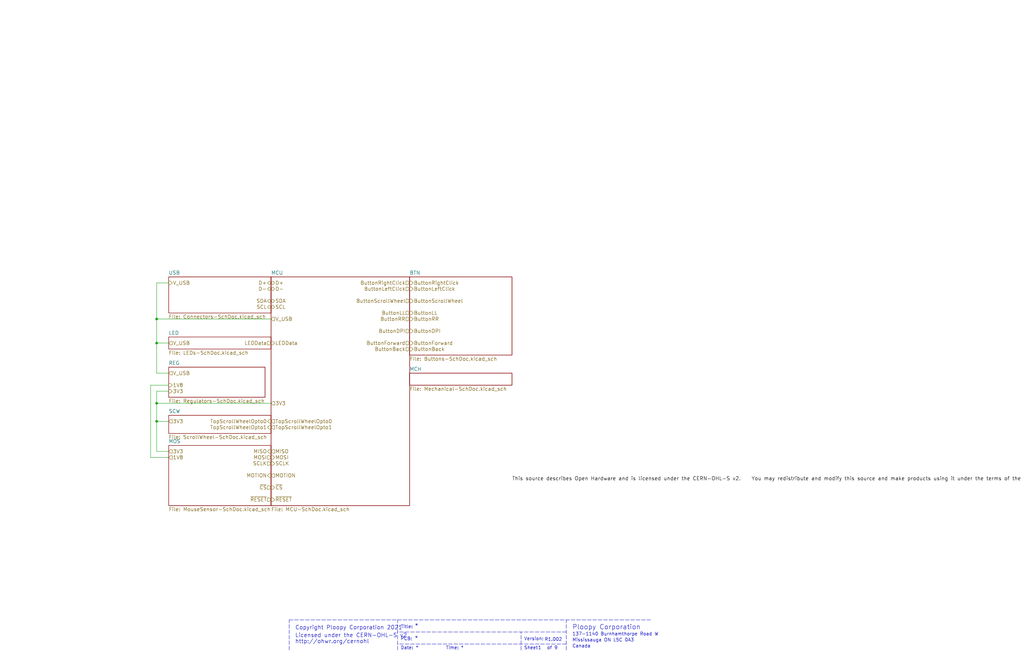
<source format=kicad_sch>
(kicad_sch (version 20211123) (generator eeschema)
  (paper "B")
  (title_block (title "QMKMouse-SchDoc") (date "17 01 2023"))
  (lib_symbols)
  (junction (at 66.04 170.18))
  (junction (at 66.04 144.78))
  (junction (at 66.04 177.8))
  (junction (at 66.04 134.62))
  (polyline (pts (xy 238.76 274.32) (xy 238.76 261.62)))
  (wire (pts (xy 66.04 165.1) (xy 66.04 170.18)))
  (wire (pts (xy 66.04 157.48) (xy 66.04 144.78)))
  (polyline (pts (xy 121.92 261.62) (xy 167.64 261.62)))
  (wire (pts (xy 114.3 170.18) (xy 66.04 170.18)))
  (wire (pts (xy 66.04 119.38) (xy 71.12 119.38)))
  (polyline (pts (xy 167.64 261.62) (xy 274.32 261.62)))
  (polyline (pts (xy 238.76 266.7) (xy 167.64 266.7)))
  (wire (pts (xy 71.12 165.1) (xy 66.04 165.1)))
  (polyline (pts (xy 167.64 274.32) (xy 167.64 261.62)))
  (polyline (pts (xy 219.71 274.32) (xy 219.71 266.7)))
  (wire (pts (xy 71.12 144.78) (xy 66.04 144.78)))
  (wire (pts (xy 66.04 190.5) (xy 66.04 177.8)))
  (polyline (pts (xy 238.76 271.78) (xy 167.64 271.78)))
  (wire (pts (xy 71.12 193.04) (xy 63.5 193.04)))
  (wire (pts (xy 66.04 144.78) (xy 66.04 134.62)))
  (wire (pts (xy 114.3 134.62) (xy 66.04 134.62)))
  (wire (pts (xy 71.12 157.48) (xy 66.04 157.48)))
  (polyline (pts (xy 121.92 274.32) (xy 121.92 261.62)))
  (wire (pts (xy 71.12 190.5) (xy 66.04 190.5)))
  (wire (pts (xy 66.04 177.8) (xy 71.12 177.8)))
  (wire (pts (xy 66.04 134.62) (xy 66.04 119.38)))
  (wire (pts (xy 63.5 193.04) (xy 63.5 162.56)))
  (wire (pts (xy 63.5 162.56) (xy 71.12 162.56)))
  (wire (pts (xy 66.04 170.18) (xy 66.04 177.8)))
  (text "Ploopy Corporation" (at 241.3 265.938 0) (effects (font (size 1.9812 1.9812)) (justify left bottom)))
  (text "PCB:" (at 168.91 270.51 0) (effects (font (size 1.3716 1.3716)) (justify left bottom)))
  (text "Sheet" (at 220.98 274.32 0) (effects (font (size 1.3716 1.3716)) (justify left bottom)))
  (text "R1.002" (at 229.616 270.764 0) (effects (font (size 1.3716 1.3716)) (justify left bottom)))
  (text "Title:" (at 168.91 265.43 0) (effects (font (size 1.3716 1.3716)) (justify left bottom)))
  (text "*" (at 174.752 270.764 0) (effects (font (size 1.9812 1.9812)) (justify left bottom)))
  (text "Canada" (at 241.3 273.558 0) (effects (font (size 1.3716 1.3716)) (justify left bottom)))
  (text "Licensed under the CERN-OHL-S v2" (at 124.46 269.24 0) (effects (font (size 1.6764 1.6764)) (justify left bottom)))
  (text "1" (at 226.822 274.32 0) (effects (font (size 1.3716 1.3716)) (justify left bottom)))
  (text "137-1140 Burnhamthorpe Road W" (at 241.3 268.478 0) (effects (font (size 1.3716 1.3716)) (justify left bottom)))
  (text "Copyright Ploopy Corporation 2021" (at 124.46 265.938 0) (effects (font (size 1.6764 1.6764)) (justify left bottom)))
  (text "Mississauga ON L5C 0A3" (at 241.3 271.018 0) (effects (font (size 1.3716 1.3716)) (justify left bottom)))
  (text "Version:" (at 220.98 270.51 0) (effects (font (size 1.3716 1.3716)) (justify left bottom)))
  (text "*" (at 174.752 265.684 0) (effects (font (size 2.1336 2.1336)) (justify left bottom)))
  (text "Time:" (at 187.96 274.32 0) (effects (font (size 1.3716 1.3716)) (justify left bottom)))
  (text "*" (at 175.26 274.32 0) (effects (font (size 1.3716 1.3716)) (justify left bottom)))
  (text "*" (at 194.31 274.32 0) (effects (font (size 1.3716 1.3716)) (justify left bottom)))
  (text "Date:" (at 168.91 274.32 0) (effects (font (size 1.3716 1.3716)) (justify left bottom)))
  (text "http://ohwr.org/cernohl" (at 124.46 271.78 0) (effects (font (size 1.6764 1.6764)) (justify left bottom)))
  (text "9" (at 233.68 274.32 0) (effects (font (size 1.3716 1.3716)) (justify left bottom)))
  (text "of" (at 230.632 274.32 0) (effects (font (size 1.3716 1.3716)) (justify left bottom)))
  (label "This source describes Open Hardware and is licensed under the CERN-OHL-S v2.    You may redistribute and modify this source and make products using it under the terms of the CERN-OHL-S v2 (https://ohwr.org/cernohlsv2.txt). This source is distributed WITHOUT ANY EXPRESS OR IMPLIED WARRANTY, INCLUDING OF MERCHANTABILITY, SATISFACTORY QUALITY AND FITNESS FOR A PARTICULAR PURPOSE.     Please see the CERN-OHL-S v2 for applicable conditions.    Source location:  https://github.com/ploopyco/    As per CERN-OHL-S v2 section 4, should You produce hardware based on this source, You must where practicable maintain the Source Location visible on the external case of the Ploopy Mouse or other products you make using this source." (at 215.9 203.2 0) (effects (font (size 1.524 1.524))))
  (hierarchical_label "D-" (shape bidirectional) (at 114.3 121.92 180) (effects (font (size 1.524 1.524))))
  (hierarchical_label "MOSI" (shape output) (at 114.3 193.04 0) (effects (font (size 1.524 1.524))))
  (hierarchical_label "SCLK" (shape input) (at 114.3 195.58 180) (effects (font (size 1.524 1.524))))
  (hierarchical_label "V_USB" (shape input) (at 114.3 134.62 0) (effects (font (size 1.524 1.524))))
  (hierarchical_label "ButtonRightClick" (shape output) (at 172.72 119.38 0) (effects (font (size 1.524 1.524))))
  (hierarchical_label "SDA" (shape bidirectional) (at 114.3 127 180) (effects (font (size 1.524 1.524))))
  (hierarchical_label "ButtonLL" (shape output) (at 172.72 132.08 0) (effects (font (size 1.524 1.524))))
  (hierarchical_label "~{CS}" (shape input) (at 114.3 205.74 180) (effects (font (size 1.524 1.524))))
  (hierarchical_label "3V3" (shape input) (at 71.12 190.5 0) (effects (font (size 1.524 1.524))))
  (hierarchical_label "MOSI" (shape input) (at 114.3 193.04 180) (effects (font (size 1.524 1.524))))
  (hierarchical_label "SDA" (shape bidirectional) (at 114.3 127 0) (effects (font (size 1.524 1.524))))
  (hierarchical_label "ButtonLL" (shape input) (at 172.72 132.08 180) (effects (font (size 1.524 1.524))))
  (hierarchical_label "MISO" (shape output) (at 114.3 190.5 180) (effects (font (size 1.524 1.524))))
  (hierarchical_label "SCL" (shape bidirectional) (at 114.3 129.54 180) (effects (font (size 1.524 1.524))))
  (hierarchical_label "LEDData" (shape output) (at 114.3 144.78 0) (effects (font (size 1.524 1.524))))
  (hierarchical_label "ButtonRR" (shape output) (at 172.72 134.62 0) (effects (font (size 1.524 1.524))))
  (hierarchical_label "LEDData" (shape input) (at 114.3 144.78 180) (effects (font (size 1.524 1.524))))
  (hierarchical_label "ButtonLeftClick" (shape output) (at 172.72 121.92 0) (effects (font (size 1.524 1.524))))
  (hierarchical_label "ButtonBack" (shape output) (at 172.72 147.32 0) (effects (font (size 1.524 1.524))))
  (hierarchical_label "~{RESET}" (shape input) (at 114.3 210.82 180) (effects (font (size 1.524 1.524))))
  (hierarchical_label "MISO" (shape input) (at 114.3 190.5 0) (effects (font (size 1.524 1.524))))
  (hierarchical_label "ButtonRightClick" (shape input) (at 172.72 119.38 180) (effects (font (size 1.524 1.524))))
  (hierarchical_label "D+" (shape bidirectional) (at 114.3 119.38 0) (effects (font (size 1.524 1.524))))
  (hierarchical_label "ButtonForward" (shape input) (at 172.72 144.78 180) (effects (font (size 1.524 1.524))))
  (hierarchical_label "SCL" (shape bidirectional) (at 114.3 129.54 0) (effects (font (size 1.524 1.524))))
  (hierarchical_label "MOTION" (shape output) (at 114.3 200.66 180) (effects (font (size 1.524 1.524))))
  (hierarchical_label "TopScrollWheelOpto0" (shape input) (at 114.3 177.8 0) (effects (font (size 1.524 1.524))))
  (hierarchical_label "ButtonScrollWheel" (shape input) (at 172.72 127 180) (effects (font (size 1.524 1.524))))
  (hierarchical_label "3V3" (shape input) (at 71.12 177.8 0) (effects (font (size 1.524 1.524))))
  (hierarchical_label "ButtonScrollWheel" (shape output) (at 172.72 127 0) (effects (font (size 1.524 1.524))))
  (hierarchical_label "~{RESET}" (shape output) (at 114.3 210.82 0) (effects (font (size 1.524 1.524))))
  (hierarchical_label "1V8" (shape input) (at 71.12 193.04 0) (effects (font (size 1.524 1.524))))
  (hierarchical_label "D-" (shape bidirectional) (at 114.3 121.92 0) (effects (font (size 1.524 1.524))))
  (hierarchical_label "ButtonDPI" (shape output) (at 172.72 139.7 0) (effects (font (size 1.524 1.524))))
  (hierarchical_label "3V3" (shape input) (at 114.3 170.18 0) (effects (font (size 1.524 1.524))))
  (hierarchical_label "V_USB" (shape output) (at 71.12 119.38 0) (effects (font (size 1.524 1.524))))
  (hierarchical_label "TopScrollWheelOpto1" (shape output) (at 114.3 180.34 180) (effects (font (size 1.524 1.524))))
  (hierarchical_label "~{CS}" (shape output) (at 114.3 205.74 0) (effects (font (size 1.524 1.524))))
  (hierarchical_label "3V3" (shape output) (at 71.12 165.1 0) (effects (font (size 1.524 1.524))))
  (hierarchical_label "TopScrollWheelOpto0" (shape output) (at 114.3 177.8 180) (effects (font (size 1.524 1.524))))
  (hierarchical_label "V_USB" (shape input) (at 71.12 157.48 0) (effects (font (size 1.524 1.524))))
  (hierarchical_label "ButtonBack" (shape input) (at 172.72 147.32 180) (effects (font (size 1.524 1.524))))
  (hierarchical_label "V_USB" (shape input) (at 71.12 144.78 0) (effects (font (size 1.524 1.524))))
  (hierarchical_label "ButtonLeftClick" (shape input) (at 172.72 121.92 180) (effects (font (size 1.524 1.524))))
  (hierarchical_label "ButtonForward" (shape output) (at 172.72 144.78 0) (effects (font (size 1.524 1.524))))
  (hierarchical_label "1V8" (shape output) (at 71.12 162.56 0) (effects (font (size 1.524 1.524))))
  (hierarchical_label "SCLK" (shape output) (at 114.3 195.58 0) (effects (font (size 1.524 1.524))))
  (hierarchical_label "ButtonRR" (shape input) (at 172.72 134.62 180) (effects (font (size 1.524 1.524))))
  (hierarchical_label "TopScrollWheelOpto1" (shape input) (at 114.3 180.34 0) (effects (font (size 1.524 1.524))))
  (hierarchical_label "ButtonDPI" (shape input) (at 172.72 139.7 180) (effects (font (size 1.524 1.524))))
  (hierarchical_label "MOTION" (shape input) (at 114.3 200.66 0) (effects (font (size 1.524 1.524))))
  (hierarchical_label "D+" (shape bidirectional) (at 114.3 119.38 180) (effects (font (size 1.524 1.524))))
  (sheet (at 172.72 116.84) (size 43.18 33.02)
    (property "Sheet name" "BTN" (at 172.72 116.0014 0) (effects (font (size 1.524 1.524)) (justify left bottom)))
    (property "Sheet file" "Buttons-SchDoc.kicad_sch" (at 172.72 150.5462 0) (effects (font (size 1.524 1.524)) (justify left top)))
  )
  (sheet (at 114.3 116.84) (size 58.42 96.52)
    (property "Sheet name" "MCU" (at 114.3 116.0014 0) (effects (font (size 1.524 1.524)) (justify left bottom)))
    (property "Sheet file" "MCU-SchDoc.kicad_sch" (at 114.3 214.0462 0) (effects (font (size 1.524 1.524)) (justify left top)))
  )
  (sheet (at 71.12 187.96) (size 43.18 25.4)
    (property "Sheet name" "MOS" (at 71.12 187.1214 0) (effects (font (size 1.524 1.524)) (justify left bottom)))
    (property "Sheet file" "MouseSensor-SchDoc.kicad_sch" (at 71.12 214.0462 0) (effects (font (size 1.524 1.524)) (justify left top)))
  )
  (sheet (at 172.72 157.48) (size 43.18 5.08)
    (property "Sheet name" "MCH" (at 172.72 156.6414 0) (effects (font (size 1.524 1.524)) (justify left bottom)))
    (property "Sheet file" "Mechanical-SchDoc.kicad_sch" (at 172.72 163.2462 0) (effects (font (size 1.524 1.524)) (justify left top)))
  )
  (sheet (at 71.12 154.94) (size 40.64 12.7)
    (property "Sheet name" "REG" (at 71.12 154.1014 0) (effects (font (size 1.524 1.524)) (justify left bottom)))
    (property "Sheet file" "Regulators-SchDoc.kicad_sch" (at 71.12 168.3262 0) (effects (font (size 1.524 1.524)) (justify left top)))
  )
  (sheet (at 71.12 142.24) (size 43.18 5.08)
    (property "Sheet name" "LED" (at 71.12 141.4014 0) (effects (font (size 1.524 1.524)) (justify left bottom)))
    (property "Sheet file" "LEDs-SchDoc.kicad_sch" (at 71.12 148.0062 0) (effects (font (size 1.524 1.524)) (justify left top)))
  )
  (sheet (at 71.12 175.26) (size 43.18 7.62)
    (property "Sheet name" "SCW" (at 71.12 174.4214 0) (effects (font (size 1.524 1.524)) (justify left bottom)))
    (property "Sheet file" "ScrollWheel-SchDoc.kicad_sch" (at 71.12 183.5662 0) (effects (font (size 1.524 1.524)) (justify left top)))
  )
  (sheet (at 71.12 116.84) (size 43.18 15.24)
    (property "Sheet name" "USB" (at 71.12 116.0014 0) (effects (font (size 1.524 1.524)) (justify left bottom)))
    (property "Sheet file" "Connectors-SchDoc.kicad_sch" (at 71.12 132.7662 0) (effects (font (size 1.524 1.524)) (justify left top)))
  )
)
</source>
